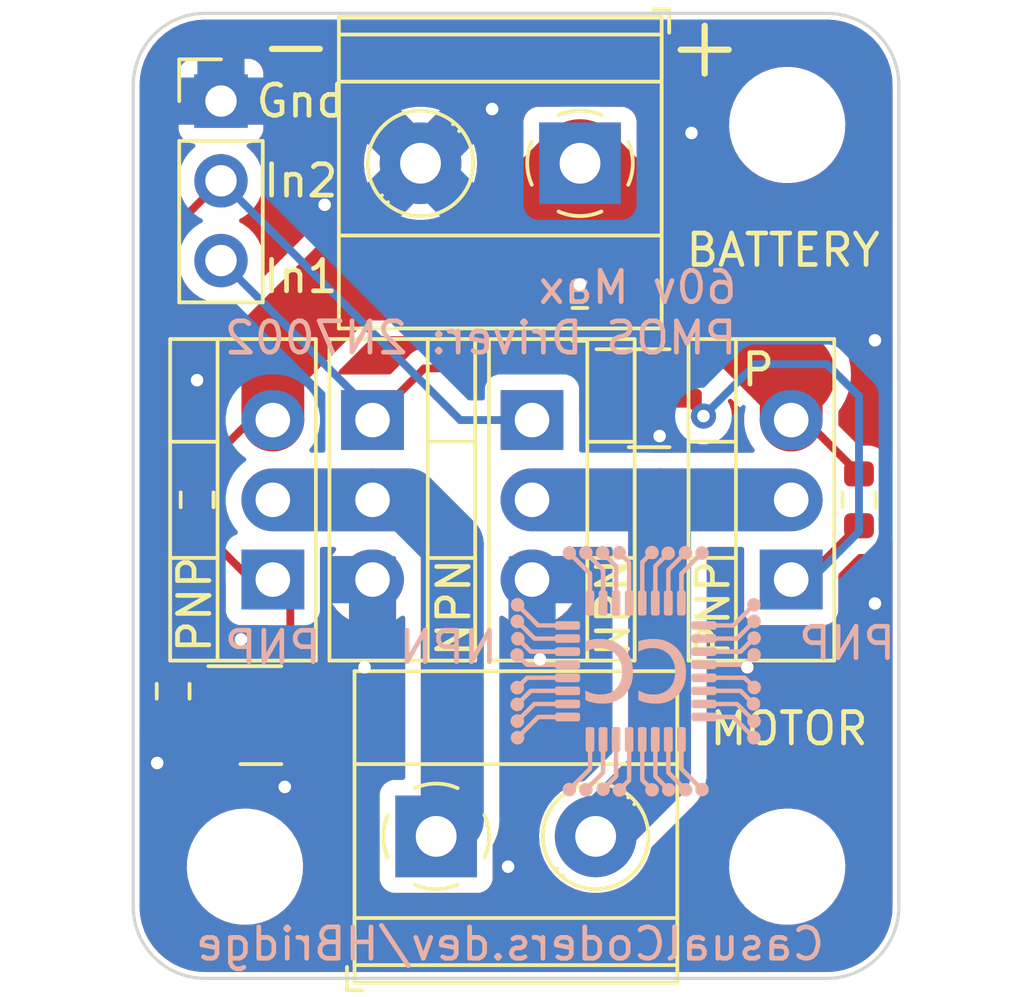
<source format=kicad_pcb>
(kicad_pcb (version 20221018) (generator pcbnew)
  (layers (0 "F.Cu" signal) (31 "B.Cu" signal) (34 "B.Paste" user) (35 "F.Paste" user) (36 "B.SilkS" user "B.Silkscreen") (37 "F.SilkS" user "F.Silkscreen") (38 "B.Mask" user) (39 "F.Mask" user) (44 "Edge.Cuts" user))
  (net 0 "")
  (net 1 "VCC")
  (net 2 "Net-(Q3-G)")
  (net 3 "Net-(Q4-G)")
  (net 4 "In1")
  (net 5 "Motor Out 1")
  (net 6 "GND")
  (net 7 "~{In1}")
  (net 8 "Motor Out 2")
  (footprint "Package_TO_SOT_THT:TO-220-3_Vertical" (layer "F.Cu") (at 72.39 55.88 -90)
    (fp_text reference "Q1" hide)
    (fp_text value "Your NMOS")
    (pad "1" thru_hole rect (at 0 0 270) (size 1.905 2) (drill 1.1) (layers "*.Cu" "*.Mask") (net 4 "In1") (clearance 0.2))
    (pad "2" thru_hole oval (at 2.54 0 270) (size 1.905 2) (drill 1.1) (layers "*.Cu" "*.Mask") (net 5 "Motor Out 1"))
    (pad "3" thru_hole oval (at 5.08 0 270) (size 1.905 2) (drill 1.1) (layers "*.Cu" "*.Mask") (net 6 "GND"))
  )
  (footprint "Package_TO_SOT_SMD:SOT-23" (layer "F.Cu") (at 68.834 65.278)
    (fp_text reference "Q5" hide)
    (fp_text value "2N7002")
    (pad "1" smd roundrect (at -0.9375 -0.95) (size 1.475 0.6) (layers "F.Cu" "F.Paste" "F.Mask") (net 7 "~{In1}"))
    (pad "2" smd roundrect (at -0.9375 0.95) (size 1.475 0.6) (layers "F.Cu" "F.Paste" "F.Mask") (net 6 "GND"))
    (pad "3" smd roundrect (at 0.9375 0) (size 1.475 0.6) (layers "F.Cu" "F.Paste" "F.Mask") (net 2 "Net-(Q3-G)"))
  )
  (footprint "Package_TO_SOT_THT:TO-220-3_Vertical" (layer "F.Cu") (at 69.215 60.96 90)
    (fp_text reference "Q3" hide)
    (fp_text value "Your PMOS")
    (pad "1" thru_hole rect (at 0 0 90) (size 1.905 2) (drill 1.1) (layers "*.Cu" "*.Mask") (net 2 "Net-(Q3-G)"))
    (pad "2" thru_hole oval (at 2.54 0 90) (size 1.905 2) (drill 1.1) (layers "*.Cu" "*.Mask") (net 5 "Motor Out 1"))
    (pad "3" thru_hole oval (at 5.08 0 90) (size 1.905 2) (drill 1.1) (layers "*.Cu" "*.Mask") (net 1 "VCC"))
  )
  (footprint "Resistor_SMD:R_0603_1608Metric" (layer "F.Cu") (at 87.884 58.42 -90)
    (fp_text reference "R2" hide)
    (fp_text value "100k")
    (pad "1" smd roundrect (at -0.825 0 270) (size 0.8 0.95) (layers "F.Cu" "F.Paste" "F.Mask") (net 1 "VCC"))
    (pad "2" smd roundrect (at 0.825 0 270) (size 0.8 0.95) (layers "F.Cu" "F.Paste" "F.Mask") (net 3 "Net-(Q4-G)"))
  )
  (footprint "Connector_PinHeader_2.54mm:PinHeader_1x03_P2.54mm_Vertical" (layer "F.Cu") (at 67.564 45.72)
    (fp_text reference "J4" hide)
    (fp_text value "Conn_01x03_Pin" hide)
    (pad "1" thru_hole rect (at 0 0) (size 1.7 1.7) (drill 1) (layers "*.Cu" "*.Mask") (net 6 "GND"))
    (pad "2" thru_hole oval (at 0 2.54) (size 1.7 1.7) (drill 1) (layers "*.Cu" "*.Mask") (net 7 "~{In1}"))
    (pad "3" thru_hole oval (at 0 5.08) (size 1.7 1.7) (drill 1) (layers "*.Cu" "*.Mask") (net 4 "In1"))
  )
  (footprint "Resistor_SMD:R_0603_1608Metric" (layer "F.Cu") (at 66.802 58.42 -90)
    (fp_text reference "R1" hide)
    (fp_text value "100k")
    (pad "1" smd roundrect (at -0.825 0 270) (size 0.8 0.95) (layers "F.Cu" "F.Paste" "F.Mask") (net 1 "VCC"))
    (pad "2" smd roundrect (at 0.825 0 270) (size 0.8 0.95) (layers "F.Cu" "F.Paste" "F.Mask") (net 2 "Net-(Q3-G)"))
  )
  (footprint "Package_TO_SOT_THT:TO-220-3_Vertical" (layer "F.Cu") (at 77.47 55.88 -90)
    (fp_text reference "Q2" hide)
    (fp_text value "Your NMOS" hide)
    (pad "1" thru_hole rect (at 0 0 270) (size 1.905 2) (drill 1.1) (layers "*.Cu" "*.Mask") (net 7 "~{In1}") (clearance 0.2))
    (pad "2" thru_hole oval (at 2.54 0 270) (size 1.905 2) (drill 1.1) (layers "*.Cu" "*.Mask") (net 8 "Motor Out 2"))
    (pad "3" thru_hole oval (at 5.08 0 270) (size 1.905 2) (drill 1.1) (layers "*.Cu" "*.Mask") (net 6 "GND"))
  )
  (footprint "MountingHole:MountingHole_3.2mm_M3" (layer "F.Cu") (at 85.598 46.482)
    (fp_text reference "REF**" hide)
    (fp_text value "MountingHole_3.2mm_M3" hide)
    (pad "" np_thru_hole circle (at 0 0) (size 3.2 3.2) (drill 3.2) (layers "*.Cu" "*.Mask"))
  )
  (footprint "MountingHole:MountingHole_3.2mm_M3" (layer "F.Cu") (at 68.326 70.104)
    (fp_text reference "REF**" hide)
    (fp_text value "MountingHole_3.2mm_M3" hide)
    (pad "" np_thru_hole circle (at 0 0) (size 3.2 3.2) (drill 3.2) (layers "F&B.Cu" "*.Mask"))
  )
  (footprint "Resistor_SMD:R_0603_1608Metric" (layer "F.Cu") (at 66.04 64.516 -90)
    (fp_text reference "R4" hide)
    (fp_text value "100k")
    (pad "1" smd roundrect (at -0.825 0 270) (size 0.8 0.95) (layers "F.Cu" "F.Paste" "F.Mask") (net 7 "~{In1}"))
    (pad "2" smd roundrect (at 0.825 0 270) (size 0.8 0.95) (layers "F.Cu" "F.Paste" "F.Mask") (net 6 "GND"))
  )
  (footprint "Package_TO_SOT_THT:TO-220-3_Vertical" (layer "F.Cu") (at 85.725 60.96 90)
    (fp_text reference "Q4" hide)
    (fp_text value "Your PMOS")
    (pad "1" thru_hole rect (at 0 0 90) (size 1.905 2) (drill 1.1) (layers "*.Cu" "*.Mask") (net 3 "Net-(Q4-G)"))
    (pad "2" thru_hole oval (at 2.54 0 90) (size 1.905 2) (drill 1.1) (layers "*.Cu" "*.Mask") (net 8 "Motor Out 2"))
    (pad "3" thru_hole oval (at 5.08 0 90) (size 1.905 2) (drill 1.1) (layers "*.Cu" "*.Mask") (net 1 "VCC"))
  )
  (footprint "TerminalBlock_Phoenix:TerminalBlock_Phoenix_MKDS-1,5-2-5.08_1x02_P5.08mm_Horizontal" (layer "F.Cu") (at 78.999 47.701 180)
    (fp_text reference "J1" hide)
    (fp_text value "Conn_01x02" hide)
    (pad "1" thru_hole rect (at 0 0 180) (size 2.6 2.6) (drill 1.3) (layers "*.Cu" "*.Mask") (net 1 "VCC"))
    (pad "2" thru_hole circle (at 5.08 0 180) (size 2.6 2.6) (drill 1.3) (layers "*.Cu" "*.Mask") (net 6 "GND"))
  )
  (footprint "Resistor_SMD:R_0603_1608Metric" (layer "F.Cu") (at 78.994 52.832 180)
    (fp_text reference "R3" hide)
    (fp_text value "100k")
    (pad "1" smd roundrect (at -0.825 0 180) (size 0.8 0.95) (layers "F.Cu" "F.Paste" "F.Mask") (net 4 "In1"))
    (pad "2" smd roundrect (at 0.825 0 180) (size 0.8 0.95) (layers "F.Cu" "F.Paste" "F.Mask") (net 6 "GND"))
  )
  (footprint "Package_TO_SOT_SMD:SOT-23" (layer "F.Cu") (at 81.2015 55.184)
    (fp_text reference "Q6" hide)
    (fp_text value "2N7002")
    (pad "1" smd roundrect (at -0.9375 -0.95) (size 1.475 0.6) (layers "F.Cu" "F.Paste" "F.Mask") (net 4 "In1"))
    (pad "2" smd roundrect (at -0.9375 0.95) (size 1.475 0.6) (layers "F.Cu" "F.Paste" "F.Mask") (net 6 "GND"))
    (pad "3" smd roundrect (at 0.9375 0) (size 1.475 0.6) (layers "F.Cu" "F.Paste" "F.Mask") (net 3 "Net-(Q4-G)"))
  )
  (footprint "TerminalBlock_Phoenix:TerminalBlock_Phoenix_MKDS-1,5-2-5.08_1x02_P5.08mm_Horizontal" (layer "F.Cu") (at 74.417 69.139)
    (fp_text reference "J2" hide)
    (fp_text value "Conn_01x02" hide)
    (pad "1" thru_hole rect (at 0 0) (size 2.6 2.6) (drill 1.3) (layers "*.Cu" "*.Mask") (net 5 "Motor Out 1"))
    (pad "2" thru_hole circle (at 5.08 0) (size 2.6 2.6) (drill 1.3) (layers "*.Cu" "*.Mask") (net 8 "Motor Out 2"))
  )
  (footprint "MountingHole:MountingHole_3.2mm_M3" (layer "F.Cu") (at 85.598 70.104)
    (fp_text reference "REF**" hide)
    (fp_text value "MountingHole_3.2mm_M3" hide)
    (pad "" np_thru_hole circle (at 0 0) (size 3.2 3.2) (drill 3.2) (layers "F&B.Cu" "*.Mask"))
  )
  (footprint "CC Logo:logo_8mm" (layer "B.Cu") (at 80.772 63.881 180)
    (fp_text reference "G***" hide)
    (fp_text value "LOGO" hide)
  )
  (gr_line (start 67.056 73.66) (end 86.868 73.66) (stroke (width 0.1)) (layer "Edge.Cuts"))
  (gr_arc (start 86.868 42.926) (mid 88.484446 43.595554) (end 89.154 45.212) (stroke (width 0.1)) (layer "Edge.Cuts"))
  (gr_arc (start 89.154 71.374) (mid 88.484446 72.990446) (end 86.868 73.66) (stroke (width 0.1)) (layer "Edge.Cuts"))
  (gr_arc (start 67.056 73.66) (mid 65.439554 72.990446) (end 64.77 71.374) (stroke (width 0.1)) (layer "Edge.Cuts"))
  (gr_line (start 64.77 45.212) (end 64.77 71.374) (stroke (width 0.1)) (layer "Edge.Cuts"))
  (gr_line (start 89.154 71.374) (end 89.154 45.212) (stroke (width 0.1)) (layer "Edge.Cuts"))
  (gr_line (start 86.868 42.926) (end 67.056 42.926) (stroke (width 0.1)) (layer "Edge.Cuts"))
  (gr_arc (start 64.77 45.212) (mid 65.439554 43.595554) (end 67.056 42.926) (stroke (width 0.1)) (layer "Edge.Cuts"))
  (gr_text "PNP" (at 87.503 62.992) (layer "B.SilkS") (effects (font (size 1 1)) (justify mirror)))
  (gr_text "NPN" (at 74.803 63.119) (layer "B.SilkS") (effects (font (size 1 1)) (justify mirror)))
  (gr_text "60v Max\nPMOS Driver: 2N7002" (at 84.074 53.848) (layer "B.SilkS") (effects (font (size 1 1)) (justify left bottom mirror)))
  (gr_text "PNP" (at 69.215 63.119) (layer "B.SilkS") (effects (font (size 1 1)) (justify mirror)))
  (gr_text "CasualCoders.dev/HBridge" (at 86.868 73.152) (layer "B.SilkS") (effects (font (size 1 1)) (justify left bottom mirror)))
  (gr_text "P" (at 84.074 54.864) (layer "F.SilkS") (effects (font (size 1 1)) (justify left bottom)))
  (gr_text "-" (at 71.319 43.041 180) (layer "F.SilkS") (effects (font (size 2 2) (thickness 0.2)) (justify left bottom)))
  (gr_text "BATTERY" (at 82.296 51.054) (layer "F.SilkS") (effects (font (size 1 1)) (justify left bottom)))
  (gr_text "NPN" (at 75.565 63.5 90) (layer "F.SilkS") (effects (font (size 1 1)) (justify left bottom)))
  (gr_text "+" (at 81.599 45.101) (layer "F.SilkS") (effects (font (size 2 2) (thickness 0.2)) (justify left bottom)))
  (gr_text "Gnd" (at 70.104 45.72) (layer "F.SilkS") (effects (font (size 1 1))))
  (gr_text "PNP" (at 83.82 63.5 90) (layer "F.SilkS") (effects (font (size 1 1)) (justify left bottom)))
  (gr_text "NPN" (at 80.645 63.5 90) (layer "F.SilkS") (effects (font (size 1 1)) (justify left bottom)))
  (gr_text "MOTOR" (at 83.058 66.294) (layer "F.SilkS") (effects (font (size 1 1)) (justify left bottom)))
  (gr_text "In2" (at 70.104 48.26) (layer "F.SilkS") (effects (font (size 1 1))))
  (gr_text "PNP" (at 67.31 63.373 90) (layer "F.SilkS") (effects (font (size 1 1)) (justify left bottom)))
  (gr_text "In1" (at 70.104 51.308) (layer "F.SilkS") (effects (font (size 1 1))))
  (segment (start 68.517 55.88) (end 69.215 55.88) (width 0.25) (layer "F.Cu") (net 1))
  (segment (start 85.725 54.427) (end 78.999 47.701) (width 2.8) (layer "F.Cu") (net 1))
  (segment (start 66.802 57.595) (end 68.517 55.88) (width 0.25) (layer "F.Cu") (net 1))
  (segment (start 75.392 51.308) (end 71.628 51.308) (width 2.8) (layer "F.Cu") (net 1))
  (segment (start 78.999 47.701) (end 75.392 51.308) (width 2.8) (layer "F.Cu") (net 1))
  (segment (start 85.725 55.88) (end 85.725 54.427) (width 2) (layer "F.Cu") (net 1))
  (segment (start 86.169 55.88) (end 85.725 55.88) (width 0.25) (layer "F.Cu") (net 1))
  (segment (start 71.628 51.308) (end 69.215 53.721) (width 2.8) (layer "F.Cu") (net 1))
  (segment (start 69.215 53.721) (end 69.215 55.88) (width 2) (layer "F.Cu") (net 1))
  (segment (start 87.884 57.595) (end 86.169 55.88) (width 0.25) (layer "F.Cu") (net 1))
  (segment (start 69.7715 65.278) (end 69.7715 61.5165) (width 0.25) (layer "F.Cu") (net 2))
  (segment (start 66.802 59.245) (end 68.517 60.96) (width 0.25) (layer "F.Cu") (net 2))
  (segment (start 69.7715 61.5165) (end 69.215 60.96) (width 0.25) (layer "F.Cu") (net 2))
  (segment (start 68.517 60.96) (end 69.215 60.96) (width 0.25) (layer "F.Cu") (net 2))
  (segment (start 87.884 59.245) (end 86.169 60.96) (width 0.25) (layer "F.Cu") (net 3))
  (segment (start 82.362 55.184) (end 82.931 55.753) (width 0.25) (layer "F.Cu") (net 3))
  (segment (start 82.139 55.184) (end 82.362 55.184) (width 0.25) (layer "F.Cu") (net 3))
  (segment (start 86.169 60.96) (end 85.725 60.96) (width 0.25) (layer "F.Cu") (net 3))
  (via (at 82.931 55.753) (size 0.8) (drill 0.4) (layers "F.Cu" "B.Cu") (net 3))
  (segment (start 85.725 60.96) (end 86.36 60.96) (width 0.25) (layer "B.Cu") (net 3))
  (segment (start 87.884 55.118) (end 86.868 54.102) (width 0.25) (layer "B.Cu") (net 3))
  (segment (start 86.868 54.102) (end 84.582 54.102) (width 0.25) (layer "B.Cu") (net 3))
  (segment (start 87.884 59.436) (end 87.884 55.118) (width 0.25) (layer "B.Cu") (net 3))
  (segment (start 86.36 60.96) (end 87.884 59.436) (width 0.25) (layer "B.Cu") (net 3))
  (segment (start 84.582 54.102) (end 82.931 55.753) (width 0.25) (layer "B.Cu") (net 3))
  (segment (start 74.036 54.234) (end 80.264 54.234) (width 0.25) (layer "F.Cu") (net 4))
  (segment (start 72.39 55.88) (end 74.036 54.234) (width 0.25) (layer "F.Cu") (net 4))
  (segment (start 80.264 54.234) (end 80.264 53.277) (width 0.25) (layer "F.Cu") (net 4))
  (segment (start 80.264 53.277) (end 79.819 52.832) (width 0.25) (layer "F.Cu") (net 4))
  (segment (start 72.39 55.626) (end 67.564 50.8) (width 0.25) (layer "B.Cu") (net 4))
  (segment (start 72.39 55.88) (end 72.39 55.626) (width 0.25) (layer "B.Cu") (net 4))
  (segment (start 74.93 68.626) (end 74.417 69.139) (width 2) (layer "F.Cu") (net 5))
  (segment (start 74.93 59.83707) (end 74.93 68.626) (width 2) (layer "F.Cu") (net 5))
  (segment (start 72.39 58.42) (end 73.51293 58.42) (width 2) (layer "F.Cu") (net 5))
  (segment (start 69.215 58.42) (end 72.39 58.42) (width 2) (layer "F.Cu") (net 5))
  (segment (start 73.51293 58.42) (end 74.93 59.83707) (width 2) (layer "F.Cu") (net 5))
  (segment (start 73.51293 58.42) (end 74.93 59.83707) (width 2) (layer "B.Cu") (net 5))
  (segment (start 69.215 58.42) (end 72.39 58.42) (width 2) (layer "B.Cu") (net 5))
  (segment (start 74.93 59.83707) (end 74.93 68.626) (width 2) (layer "B.Cu") (net 5))
  (segment (start 74.417 69.139) (end 74.93 68.626) (width 2) (layer "B.Cu") (net 5))
  (segment (start 72.39 58.42) (end 73.51293 58.42) (width 2) (layer "B.Cu") (net 5))
  (via (at 88.392 61.722) (size 0.8) (drill 0.4) (layers "F.Cu" "B.Cu") (net 6))
  (via (at 76.708 70.104) (size 0.8) (drill 0.4) (layers "F.Cu" "B.Cu") (net 6))
  (via (at 68.199 62.865) (size 0.8) (drill 0.4) (layers "F.Cu" "B.Cu") (net 6))
  (via (at 84.328 63.754) (size 0.8) (drill 0.4) (layers "F.Cu" "B.Cu") (net 6))
  (via (at 72.136 63.754) (size 0.8) (drill 0.4) (layers "F.Cu" "B.Cu") (net 6))
  (via (at 76.2 45.974) (size 0.8) (drill 0.4) (layers "F.Cu" "B.Cu") (net 6))
  (via (at 78.994 51.562) (size 0.8) (drill 0.4) (layers "F.Cu" "B.Cu") (net 6))
  (via (at 82.55 46.736) (size 0.8) (drill 0.4) (layers "F.Cu" "B.Cu") (net 6))
  (via (at 88.392 53.34) (size 0.8) (drill 0.4) (layers "F.Cu" "B.Cu") (net 6))
  (via (at 81.534 56.388) (size 0.8) (drill 0.4) (layers "F.Cu" "B.Cu") (net 6))
  (via (at 69.596 67.564) (size 0.8) (drill 0.4) (layers "F.Cu" "B.Cu") (net 6))
  (via (at 70.866 49.022) (size 0.8) (drill 0.4) (layers "F.Cu" "B.Cu") (net 6))
  (via (at 77.724 63.5) (size 0.8) (drill 0.4) (layers "F.Cu" "B.Cu") (net 6))
  (via (at 65.532 66.802) (size 0.8) (drill 0.4) (layers "F.Cu" "B.Cu") (net 6))
  (via (at 66.802 54.61) (size 0.8) (drill 0.4) (layers "F.Cu" "B.Cu") (net 6))
  (segment (start 65.532 63.183) (end 65.532 50.292) (width 0.25) (layer "F.Cu") (net 7))
  (segment (start 66.677 64.328) (end 65.532 63.183) (width 0.25) (layer "F.Cu") (net 7))
  (segment (start 65.532 50.292) (end 67.564 48.26) (width 0.25) (layer "F.Cu") (net 7))
  (segment (start 67.8965 64.328) (end 66.677 64.328) (width 0.25) (layer "F.Cu") (net 7))
  (segment (start 75.184 55.88) (end 67.564 48.26) (width 0.25) (layer "B.Cu") (net 7))
  (segment (start 77.47 55.88) (end 75.184 55.88) (width 0.25) (layer "B.Cu") (net 7))
  (segment (start 77.47 58.42) (end 81.534 58.42) (width 2) (layer "F.Cu") (net 8))
  (segment (start 81.534 58.42) (end 85.725 58.42) (width 2) (layer "F.Cu") (net 8))
  (segment (start 81.534 67.102) (end 79.497 69.139) (width 2) (layer "F.Cu") (net 8))
  (segment (start 81.534 58.42) (end 81.534 67.102) (width 2) (layer "F.Cu") (net 8))
  (segment (start 77.47 58.42) (end 81.534 58.42) (width 2) (layer "B.Cu") (net 8))
  (segment (start 79.497 69.139) (end 81.534 67.102) (width 2) (layer "B.Cu") (net 8))
  (segment (start 81.534 58.42) (end 85.725 58.42) (width 2) (layer "B.Cu") (net 8))
  (segment (start 81.534 67.102) (end 81.534 58.42) (width 2) (layer "B.Cu") (net 8))
  (zone (net 6) (net_name "GND") (layers "F&B.Cu") (connect_pads (clearance 0.5)) (min_thickness 0.15) (fill yes (thermal_gap 0.5) (thermal_bridge_width 1.5))
    (polygon (pts (xy 89.154 42.926) (xy 64.77 42.926) (xy 64.77 73.66) (xy 89.154 73.66)))
  )
)
</source>
